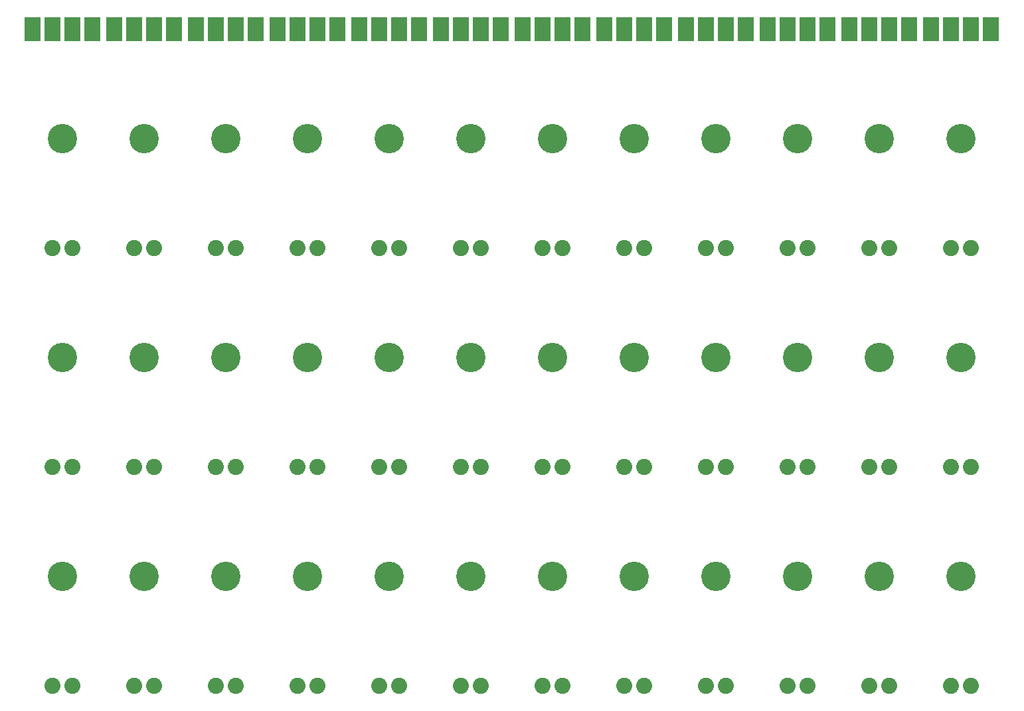
<source format=gts>
%FSLAX34Y34*%
G04 Gerber Fmt 3.4, Leading zero omitted, Abs format*
G04 (created by PCBNEW (2014-04-22 BZR 4817)-product) date Mon 08 Sep 2014 03:11:33 PM CDT*
%MOIN*%
G01*
G70*
G90*
G04 APERTURE LIST*
%ADD10C,0.005000*%
%ADD11R,0.084740X0.124110*%
%ADD12C,0.147732*%
%ADD13C,0.080803*%
G04 APERTURE END LIST*
G54D10*
G54D11*
X154100Y-31000D03*
X155100Y-31000D03*
X156100Y-31000D03*
X157100Y-31000D03*
G54D12*
X155600Y-58500D03*
X155600Y-47500D03*
X155600Y-36500D03*
G54D11*
X145900Y-31000D03*
X146900Y-31000D03*
X147900Y-31000D03*
X148900Y-31000D03*
G54D12*
X147400Y-58500D03*
X147400Y-47500D03*
X147400Y-36500D03*
G54D11*
X141800Y-31000D03*
X142800Y-31000D03*
X143800Y-31000D03*
X144800Y-31000D03*
G54D12*
X143300Y-58500D03*
X143300Y-47500D03*
X143300Y-36500D03*
X126900Y-36500D03*
X126900Y-47500D03*
X126900Y-58500D03*
G54D11*
X128400Y-31000D03*
X127400Y-31000D03*
X126400Y-31000D03*
X125400Y-31000D03*
X129500Y-31000D03*
X130500Y-31000D03*
X131500Y-31000D03*
X132500Y-31000D03*
G54D12*
X131000Y-58500D03*
X131000Y-47500D03*
X131000Y-36500D03*
X139200Y-36500D03*
X139200Y-47500D03*
X139200Y-58500D03*
G54D11*
X140700Y-31000D03*
X139700Y-31000D03*
X138700Y-31000D03*
X137700Y-31000D03*
X133600Y-31000D03*
X134600Y-31000D03*
X135600Y-31000D03*
X136600Y-31000D03*
G54D12*
X135100Y-58500D03*
X135100Y-47500D03*
X135100Y-36500D03*
X118700Y-36500D03*
X118700Y-47500D03*
X118700Y-58500D03*
G54D11*
X120200Y-31000D03*
X119200Y-31000D03*
X118200Y-31000D03*
X117200Y-31000D03*
X121300Y-31000D03*
X122300Y-31000D03*
X123300Y-31000D03*
X124300Y-31000D03*
G54D12*
X122800Y-58500D03*
X122800Y-47500D03*
X122800Y-36500D03*
X114600Y-36500D03*
X114600Y-47500D03*
X114600Y-58500D03*
G54D11*
X116100Y-31000D03*
X115100Y-31000D03*
X114100Y-31000D03*
X113100Y-31000D03*
G54D12*
X151500Y-36500D03*
X151500Y-47500D03*
X151500Y-58500D03*
G54D11*
X153000Y-31000D03*
X152000Y-31000D03*
X151000Y-31000D03*
X150000Y-31000D03*
X109000Y-31000D03*
X110000Y-31000D03*
X111000Y-31000D03*
X112000Y-31000D03*
G54D12*
X110500Y-58500D03*
X110500Y-47500D03*
X110500Y-36500D03*
G54D13*
X110000Y-42000D03*
X111000Y-42000D03*
X110000Y-53000D03*
X111000Y-53000D03*
X110000Y-64000D03*
X111000Y-64000D03*
X151000Y-64000D03*
X152000Y-64000D03*
X151000Y-53000D03*
X152000Y-53000D03*
X151000Y-42000D03*
X152000Y-42000D03*
X114100Y-64000D03*
X115100Y-64000D03*
X114100Y-53000D03*
X115100Y-53000D03*
X114100Y-42000D03*
X115100Y-42000D03*
X122300Y-42000D03*
X123300Y-42000D03*
X122300Y-53000D03*
X123300Y-53000D03*
X122300Y-64000D03*
X123300Y-64000D03*
X118200Y-64000D03*
X119200Y-64000D03*
X118200Y-53000D03*
X119200Y-53000D03*
X118200Y-42000D03*
X119200Y-42000D03*
X134600Y-42000D03*
X135600Y-42000D03*
X134600Y-53000D03*
X135600Y-53000D03*
X134600Y-64000D03*
X135600Y-64000D03*
X138700Y-64000D03*
X139700Y-64000D03*
X138700Y-53000D03*
X139700Y-53000D03*
X138700Y-42000D03*
X139700Y-42000D03*
X130500Y-42000D03*
X131500Y-42000D03*
X130500Y-53000D03*
X131500Y-53000D03*
X130500Y-64000D03*
X131500Y-64000D03*
X126400Y-64000D03*
X127400Y-64000D03*
X126400Y-53000D03*
X127400Y-53000D03*
X126400Y-42000D03*
X127400Y-42000D03*
X142800Y-42000D03*
X143800Y-42000D03*
X142800Y-53000D03*
X143800Y-53000D03*
X142800Y-64000D03*
X143800Y-64000D03*
X146900Y-42000D03*
X147900Y-42000D03*
X146900Y-53000D03*
X147900Y-53000D03*
X146900Y-64000D03*
X147900Y-64000D03*
X155100Y-42000D03*
X156100Y-42000D03*
X155100Y-53000D03*
X156100Y-53000D03*
X155100Y-64000D03*
X156100Y-64000D03*
M02*

</source>
